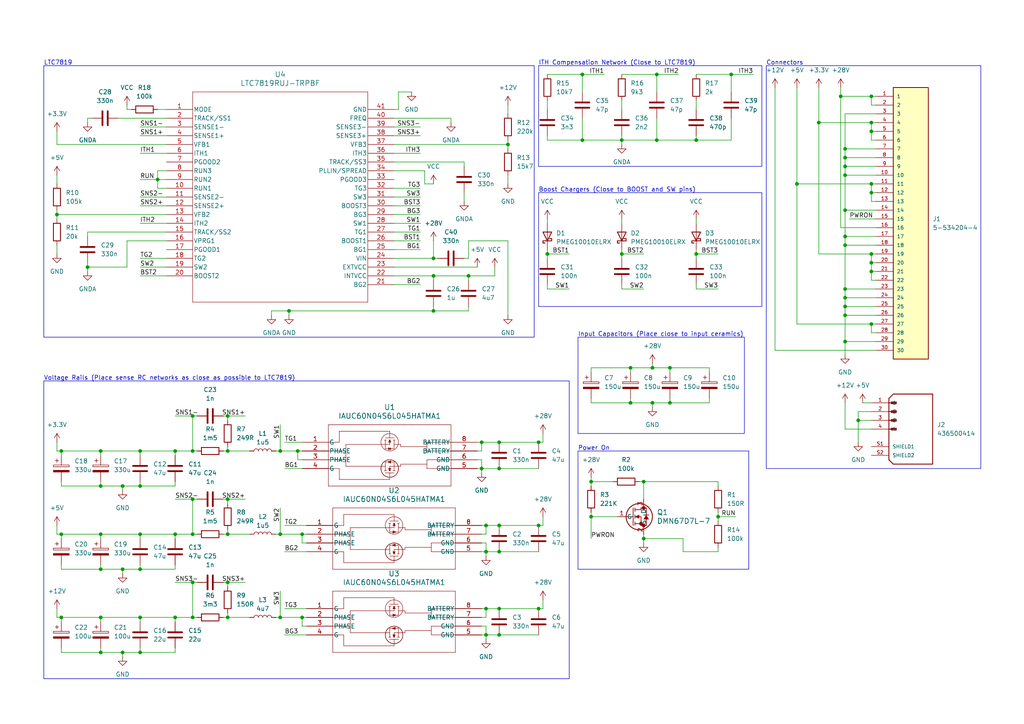
<source format=kicad_sch>
(kicad_sch (version 20230121) (generator eeschema)
  (paper "A4")
  (title_block (title "High Power G4 Cube VRM") (date "2023-10-02") (rev "1") (comment 1 "Place all components on the opposite side of the board as the 30 pin connector.") (comment 2 "All vias should be 0.3mm if possible."))
  (junction (at 66.04 154.94))
  (junction (at 171.45 149.86))
  (junction (at 40.64 189.23))
  (junction (at 194.31 116.84))
  (junction (at 243.84 27.94))
  (junction (at 40.64 140.97))
  (junction (at 237.49 35.56))
  (junction (at 144.78 160.02))
  (junction (at 245.11 50.8))
  (junction (at 29.21 130.81))
  (junction (at 245.11 88.9))
  (junction (at 140.97 184.15))
  (junction (at 17.78 179.07))
  (junction (at 25.4 77.47))
  (junction (at 140.97 160.02))
  (junction (at 66.04 168.91))
  (junction (at 140.97 152.4))
  (junction (at 168.91 21.59))
  (junction (at 248.92 121.92))
  (junction (at 40.64 154.94))
  (junction (at 182.88 106.68))
  (junction (at 29.21 189.23))
  (junction (at 252.73 78.74))
  (junction (at 55.88 179.07))
  (junction (at 208.28 149.86))
  (junction (at 55.88 144.78))
  (junction (at 81.28 179.07))
  (junction (at 168.91 40.64))
  (junction (at 35.56 140.97))
  (junction (at 252.73 35.56))
  (junction (at 29.21 154.94))
  (junction (at 55.88 130.81))
  (junction (at 55.88 120.65))
  (junction (at 50.8 154.94))
  (junction (at 212.09 21.59))
  (junction (at 144.78 128.27))
  (junction (at 156.21 152.4))
  (junction (at 156.21 176.53))
  (junction (at 189.23 106.68))
  (junction (at 245.11 43.18))
  (junction (at 245.11 99.06))
  (junction (at 125.73 90.17))
  (junction (at 252.73 53.34))
  (junction (at 140.97 176.53))
  (junction (at 252.73 38.1))
  (junction (at 252.73 93.98))
  (junction (at 245.11 68.58))
  (junction (at 125.73 74.93))
  (junction (at 182.88 116.84))
  (junction (at 66.04 144.78))
  (junction (at 135.89 80.01))
  (junction (at 201.93 73.66))
  (junction (at 245.11 60.96))
  (junction (at 66.04 130.81))
  (junction (at 66.04 120.65))
  (junction (at 186.69 156.21))
  (junction (at 252.73 73.66))
  (junction (at 17.78 154.94))
  (junction (at 144.78 135.89))
  (junction (at 139.7 135.89))
  (junction (at 40.64 179.07))
  (junction (at 144.78 184.15))
  (junction (at 144.78 176.53))
  (junction (at 245.11 48.26))
  (junction (at 50.8 179.07))
  (junction (at 252.73 27.94))
  (junction (at 125.73 80.01))
  (junction (at 190.5 40.64))
  (junction (at 144.78 152.4))
  (junction (at 35.56 189.23))
  (junction (at 171.45 139.7))
  (junction (at 194.31 106.68))
  (junction (at 190.5 21.59))
  (junction (at 252.73 55.88))
  (junction (at 40.64 130.81))
  (junction (at 87.63 179.07))
  (junction (at 29.21 165.1))
  (junction (at 245.11 91.44))
  (junction (at 180.34 40.64))
  (junction (at 189.23 116.84))
  (junction (at 186.69 139.7))
  (junction (at 201.93 40.64))
  (junction (at 66.04 179.07))
  (junction (at 17.78 130.81))
  (junction (at 45.72 52.07))
  (junction (at 245.11 83.82))
  (junction (at 83.82 90.17))
  (junction (at 147.32 41.91))
  (junction (at 180.34 73.66))
  (junction (at 245.11 86.36))
  (junction (at 81.28 130.81))
  (junction (at 252.73 76.2))
  (junction (at 139.7 128.27))
  (junction (at 29.21 179.07))
  (junction (at 16.51 62.23))
  (junction (at 86.36 130.81))
  (junction (at 87.63 154.94))
  (junction (at 245.11 71.12))
  (junction (at 50.8 130.81))
  (junction (at 158.75 73.66))
  (junction (at 156.21 128.27))
  (junction (at 29.21 140.97))
  (junction (at 55.88 154.94))
  (junction (at 35.56 165.1))
  (junction (at 81.28 154.94))
  (junction (at 245.11 45.72))
  (junction (at 231.14 53.34))
  (junction (at 55.88 168.91))
  (junction (at 40.64 165.1))
  (wire (pts (xy 17.78 154.94) (xy 29.21 154.94)))
  (wire (pts (xy 243.84 27.94) (xy 252.73 27.94)))
  (wire (pts (xy 140.97 160.02) (xy 144.78 160.02)))
  (wire (pts (xy 40.64 44.45) (xy 48.26 44.45)))
  (wire (pts (xy 171.45 106.68) (xy 182.88 106.68)))
  (wire (pts (xy 190.5 40.64) (xy 180.34 40.64)))
  (wire (pts (xy 50.8 154.94) (xy 50.8 156.21)))
  (wire (pts (xy 158.75 40.64) (xy 168.91 40.64)))
  (wire (pts (xy 64.77 144.78) (xy 66.04 144.78)))
  (wire (pts (xy 158.75 21.59) (xy 168.91 21.59)))
  (wire (pts (xy 66.04 121.92) (xy 66.04 120.65)))
  (wire (pts (xy 55.88 168.91) (xy 55.88 179.07)))
  (wire (pts (xy 208.28 139.7) (xy 186.69 139.7)))
  (wire (pts (xy 139.7 184.15) (xy 140.97 184.15)))
  (wire (pts (xy 252.73 38.1) (xy 252.73 35.56)))
  (wire (pts (xy 139.7 135.89) (xy 144.78 135.89)))
  (wire (pts (xy 212.09 40.64) (xy 201.93 40.64)))
  (wire (pts (xy 245.11 43.18) (xy 245.11 45.72)))
  (wire (pts (xy 157.48 173.99) (xy 157.48 176.53)))
  (wire (pts (xy 35.56 140.97) (xy 35.56 142.24)))
  (wire (pts (xy 208.28 149.86) (xy 208.28 151.13)))
  (wire (pts (xy 114.3 44.45) (xy 121.92 44.45)))
  (wire (pts (xy 29.21 165.1) (xy 35.56 165.1)))
  (wire (pts (xy 171.45 148.59) (xy 171.45 149.86)))
  (wire (pts (xy 186.69 156.21) (xy 186.69 157.48)))
  (wire (pts (xy 66.04 130.81) (xy 72.39 130.81)))
  (wire (pts (xy 180.34 29.21) (xy 180.34 31.75)))
  (wire (pts (xy 50.8 130.81) (xy 55.88 130.81)))
  (wire (pts (xy 189.23 105.41) (xy 189.23 106.68)))
  (wire (pts (xy 81.28 154.94) (xy 87.63 154.94)))
  (wire (pts (xy 82.55 176.53) (xy 88.9 176.53)))
  (wire (pts (xy 80.01 154.94) (xy 81.28 154.94)))
  (wire (pts (xy 82.55 160.02) (xy 88.9 160.02)))
  (wire (pts (xy 40.64 130.81) (xy 40.64 132.08)))
  (wire (pts (xy 182.88 115.57) (xy 182.88 116.84)))
  (wire (pts (xy 114.3 54.61) (xy 121.92 54.61)))
  (wire (pts (xy 168.91 21.59) (xy 168.91 26.67)))
  (wire (pts (xy 180.34 72.39) (xy 180.34 73.66)))
  (wire (pts (xy 135.89 81.28) (xy 135.89 80.01)))
  (wire (pts (xy 81.28 147.32) (xy 81.28 154.94)))
  (wire (pts (xy 248.92 121.92) (xy 248.92 128.27)))
  (wire (pts (xy 157.48 149.86) (xy 157.48 152.4)))
  (wire (pts (xy 171.45 107.95) (xy 171.45 106.68)))
  (wire (pts (xy 83.82 91.44) (xy 83.82 90.17)))
  (wire (pts (xy 114.3 80.01) (xy 125.73 80.01)))
  (wire (pts (xy 243.84 27.94) (xy 243.84 66.04)))
  (wire (pts (xy 254 93.98) (xy 252.73 93.98)))
  (wire (pts (xy 180.34 73.66) (xy 180.34 74.93)))
  (wire (pts (xy 201.93 63.5) (xy 201.93 64.77)))
  (wire (pts (xy 125.73 90.17) (xy 125.73 88.9)))
  (wire (pts (xy 194.31 106.68) (xy 194.31 107.95)))
  (wire (pts (xy 237.49 73.66) (xy 237.49 35.56)))
  (wire (pts (xy 224.79 101.6) (xy 224.79 25.4)))
  (wire (pts (xy 29.21 130.81) (xy 29.21 132.08)))
  (wire (pts (xy 139.7 152.4) (xy 140.97 152.4)))
  (wire (pts (xy 17.78 130.81) (xy 17.78 132.08)))
  (wire (pts (xy 114.3 39.37) (xy 121.92 39.37)))
  (wire (pts (xy 40.64 59.69) (xy 48.26 59.69)))
  (wire (pts (xy 254 33.02) (xy 245.11 33.02)))
  (wire (pts (xy 254 66.04) (xy 243.84 66.04)))
  (wire (pts (xy 114.3 31.75) (xy 115.57 31.75)))
  (wire (pts (xy 171.45 149.86) (xy 171.45 156.21)))
  (wire (pts (xy 171.45 115.57) (xy 171.45 116.84)))
  (wire (pts (xy 114.3 34.29) (xy 130.81 34.29)))
  (wire (pts (xy 123.19 53.34) (xy 125.73 53.34)))
  (wire (pts (xy 45.72 31.75) (xy 48.26 31.75)))
  (wire (pts (xy 82.55 152.4) (xy 88.9 152.4)))
  (wire (pts (xy 254 73.66) (xy 252.73 73.66)))
  (wire (pts (xy 168.91 34.29) (xy 168.91 40.64)))
  (wire (pts (xy 57.15 144.78) (xy 55.88 144.78)))
  (wire (pts (xy 254 53.34) (xy 252.73 53.34)))
  (wire (pts (xy 254 71.12) (xy 245.11 71.12)))
  (wire (pts (xy 125.73 80.01) (xy 125.73 81.28)))
  (wire (pts (xy 180.34 63.5) (xy 180.34 64.77)))
  (wire (pts (xy 144.78 152.4) (xy 156.21 152.4)))
  (wire (pts (xy 64.77 154.94) (xy 66.04 154.94)))
  (wire (pts (xy 201.93 72.39) (xy 201.93 73.66)))
  (wire (pts (xy 140.97 152.4) (xy 144.78 152.4)))
  (wire (pts (xy 140.97 176.53) (xy 144.78 176.53)))
  (wire (pts (xy 114.3 59.69) (xy 121.92 59.69)))
  (wire (pts (xy 50.8 154.94) (xy 55.88 154.94)))
  (wire (pts (xy 171.45 139.7) (xy 171.45 140.97)))
  (wire (pts (xy 64.77 179.07) (xy 66.04 179.07)))
  (wire (pts (xy 147.32 30.48) (xy 147.32 33.02)))
  (wire (pts (xy 144.78 176.53) (xy 156.21 176.53)))
  (wire (pts (xy 66.04 120.65) (xy 71.12 120.65)))
  (wire (pts (xy 64.77 168.91) (xy 66.04 168.91)))
  (wire (pts (xy 208.28 140.97) (xy 208.28 139.7)))
  (wire (pts (xy 201.93 73.66) (xy 208.28 73.66)))
  (wire (pts (xy 158.75 39.37) (xy 158.75 40.64)))
  (wire (pts (xy 66.04 179.07) (xy 72.39 179.07)))
  (wire (pts (xy 201.93 40.64) (xy 190.5 40.64)))
  (wire (pts (xy 245.11 60.96) (xy 254 60.96)))
  (wire (pts (xy 157.48 176.53) (xy 156.21 176.53)))
  (wire (pts (xy 158.75 73.66) (xy 165.1 73.66)))
  (wire (pts (xy 252.73 124.46) (xy 245.11 124.46)))
  (wire (pts (xy 40.64 130.81) (xy 50.8 130.81)))
  (wire (pts (xy 115.57 26.67) (xy 119.38 26.67)))
  (wire (pts (xy 29.21 163.83) (xy 29.21 165.1)))
  (wire (pts (xy 252.73 78.74) (xy 252.73 76.2)))
  (wire (pts (xy 245.11 99.06) (xy 254 99.06)))
  (wire (pts (xy 40.64 179.07) (xy 40.64 180.34)))
  (wire (pts (xy 55.88 144.78) (xy 55.88 154.94)))
  (wire (pts (xy 144.78 128.27) (xy 156.21 128.27)))
  (wire (pts (xy 78.74 90.17) (xy 83.82 90.17)))
  (wire (pts (xy 25.4 77.47) (xy 25.4 78.74)))
  (wire (pts (xy 17.78 163.83) (xy 17.78 165.1)))
  (wire (pts (xy 245.11 88.9) (xy 254 88.9)))
  (wire (pts (xy 140.97 154.94) (xy 140.97 152.4)))
  (wire (pts (xy 198.12 156.21) (xy 186.69 156.21)))
  (wire (pts (xy 82.55 135.89) (xy 87.63 135.89)))
  (wire (pts (xy 139.7 181.61) (xy 140.97 181.61)))
  (wire (pts (xy 252.73 53.34) (xy 231.14 53.34)))
  (wire (pts (xy 40.64 57.15) (xy 48.26 57.15)))
  (wire (pts (xy 34.29 34.29) (xy 48.26 34.29)))
  (wire (pts (xy 248.92 119.38) (xy 248.92 121.92)))
  (wire (pts (xy 50.8 189.23) (xy 40.64 189.23)))
  (wire (pts (xy 17.78 187.96) (xy 17.78 189.23)))
  (wire (pts (xy 245.11 45.72) (xy 254 45.72)))
  (wire (pts (xy 55.88 179.07) (xy 57.15 179.07)))
  (wire (pts (xy 55.88 130.81) (xy 57.15 130.81)))
  (wire (pts (xy 80.01 130.81) (xy 81.28 130.81)))
  (wire (pts (xy 66.04 177.8) (xy 66.04 179.07)))
  (wire (pts (xy 114.3 67.31) (xy 121.92 67.31)))
  (wire (pts (xy 50.8 144.78) (xy 55.88 144.78)))
  (wire (pts (xy 16.51 62.23) (xy 16.51 63.5)))
  (wire (pts (xy 139.7 135.89) (xy 139.7 137.16)))
  (wire (pts (xy 252.73 96.52) (xy 252.73 93.98)))
  (wire (pts (xy 45.72 54.61) (xy 45.72 52.07)))
  (wire (pts (xy 45.72 49.53) (xy 45.72 52.07)))
  (wire (pts (xy 16.51 128.27) (xy 16.51 130.81)))
  (wire (pts (xy 254 38.1) (xy 252.73 38.1)))
  (wire (pts (xy 114.3 46.99) (xy 134.62 46.99)))
  (wire (pts (xy 139.7 133.35) (xy 139.7 135.89)))
  (wire (pts (xy 144.78 135.89) (xy 156.21 135.89)))
  (wire (pts (xy 16.51 152.4) (xy 16.51 154.94)))
  (wire (pts (xy 125.73 69.85) (xy 125.73 74.93)))
  (wire (pts (xy 17.78 165.1) (xy 29.21 165.1)))
  (wire (pts (xy 40.64 77.47) (xy 48.26 77.47)))
  (wire (pts (xy 135.89 80.01) (xy 125.73 80.01)))
  (wire (pts (xy 143.51 80.01) (xy 135.89 80.01)))
  (wire (pts (xy 114.3 57.15) (xy 121.92 57.15)))
  (wire (pts (xy 40.64 140.97) (xy 35.56 140.97)))
  (wire (pts (xy 40.64 189.23) (xy 35.56 189.23)))
  (wire (pts (xy 114.3 49.53) (xy 123.19 49.53)))
  (wire (pts (xy 87.63 179.07) (xy 88.9 179.07)))
  (wire (pts (xy 50.8 163.83) (xy 50.8 165.1)))
  (wire (pts (xy 50.8 179.07) (xy 50.8 180.34)))
  (wire (pts (xy 29.21 140.97) (xy 35.56 140.97)))
  (wire (pts (xy 208.28 160.02) (xy 208.28 158.75)))
  (wire (pts (xy 171.45 116.84) (xy 182.88 116.84)))
  (wire (pts (xy 25.4 76.2) (xy 25.4 77.47)))
  (wire (pts (xy 50.8 165.1) (xy 40.64 165.1)))
  (wire (pts (xy 201.93 73.66) (xy 201.93 74.93)))
  (wire (pts (xy 135.89 69.85) (xy 147.32 69.85)))
  (wire (pts (xy 29.21 187.96) (xy 29.21 189.23)))
  (wire (pts (xy 194.31 115.57) (xy 194.31 116.84)))
  (wire (pts (xy 254 101.6) (xy 224.79 101.6)))
  (wire (pts (xy 40.64 36.83) (xy 48.26 36.83)))
  (wire (pts (xy 245.11 60.96) (xy 245.11 68.58)))
  (wire (pts (xy 194.31 116.84) (xy 205.74 116.84)))
  (wire (pts (xy 29.21 154.94) (xy 29.21 156.21)))
  (wire (pts (xy 201.93 21.59) (xy 212.09 21.59)))
  (wire (pts (xy 16.51 176.53) (xy 16.51 179.07)))
  (wire (pts (xy 180.34 39.37) (xy 180.34 40.64)))
  (wire (pts (xy 81.28 179.07) (xy 87.63 179.07)))
  (wire (pts (xy 245.11 99.06) (xy 245.11 102.87)))
  (wire (pts (xy 114.3 64.77) (xy 121.92 64.77)))
  (wire (pts (xy 245.11 48.26) (xy 254 48.26)))
  (wire (pts (xy 138.43 128.27) (xy 139.7 128.27)))
  (wire (pts (xy 40.64 165.1) (xy 35.56 165.1)))
  (wire (pts (xy 64.77 130.81) (xy 66.04 130.81)))
  (wire (pts (xy 245.11 86.36) (xy 254 86.36)))
  (wire (pts (xy 40.64 39.37) (xy 48.26 39.37)))
  (wire (pts (xy 139.7 130.81) (xy 139.7 128.27)))
  (wire (pts (xy 212.09 21.59) (xy 212.09 26.67)))
  (wire (pts (xy 36.83 77.47) (xy 25.4 77.47)))
  (wire (pts (xy 140.97 179.07) (xy 140.97 176.53)))
  (wire (pts (xy 158.75 29.21) (xy 158.75 31.75)))
  (wire (pts (xy 50.8 120.65) (xy 55.88 120.65)))
  (wire (pts (xy 114.3 74.93) (xy 125.73 74.93)))
  (wire (pts (xy 83.82 90.17) (xy 125.73 90.17)))
  (wire (pts (xy 252.73 119.38) (xy 248.92 119.38)))
  (wire (pts (xy 135.89 69.85) (xy 135.89 74.93)))
  (wire (pts (xy 114.3 36.83) (xy 121.92 36.83)))
  (wire (pts (xy 135.89 90.17) (xy 125.73 90.17)))
  (wire (pts (xy 201.93 82.55) (xy 201.93 83.82)))
  (wire (pts (xy 16.51 179.07) (xy 17.78 179.07)))
  (wire (pts (xy 182.88 106.68) (xy 189.23 106.68)))
  (wire (pts (xy 254 35.56) (xy 252.73 35.56)))
  (wire (pts (xy 66.04 120.65) (xy 64.77 120.65)))
  (wire (pts (xy 168.91 21.59) (xy 175.26 21.59)))
  (wire (pts (xy 139.7 157.48) (xy 140.97 157.48)))
  (wire (pts (xy 185.42 139.7) (xy 186.69 139.7)))
  (wire (pts (xy 17.78 140.97) (xy 29.21 140.97)))
  (wire (pts (xy 66.04 153.67) (xy 66.04 154.94)))
  (wire (pts (xy 16.51 154.94) (xy 17.78 154.94)))
  (wire (pts (xy 139.7 176.53) (xy 140.97 176.53)))
  (wire (pts (xy 86.36 133.35) (xy 86.36 130.81)))
  (wire (pts (xy 82.55 128.27) (xy 87.63 128.27)))
  (wire (pts (xy 138.43 133.35) (xy 139.7 133.35)))
  (wire (pts (xy 171.45 139.7) (xy 177.8 139.7)))
  (wire (pts (xy 205.74 116.84) (xy 205.74 115.57)))
  (wire (pts (xy 139.7 179.07) (xy 140.97 179.07)))
  (wire (pts (xy 231.14 53.34) (xy 231.14 25.4)))
  (wire (pts (xy 180.34 83.82) (xy 186.69 83.82)))
  (wire (pts (xy 16.51 41.91) (xy 16.51 38.1)))
  (wire (pts (xy 254 96.52) (xy 252.73 96.52)))
  (wire (pts (xy 29.21 179.07) (xy 40.64 179.07)))
  (wire (pts (xy 254 81.28) (xy 252.73 81.28)))
  (wire (pts (xy 158.75 73.66) (xy 158.75 74.93)))
  (wire (pts (xy 252.73 35.56) (xy 237.49 35.56)))
  (wire (pts (xy 66.04 129.54) (xy 66.04 130.81)))
  (wire (pts (xy 66.04 168.91) (xy 66.04 170.18)))
  (wire (pts (xy 29.21 154.94) (xy 40.64 154.94)))
  (wire (pts (xy 17.78 179.07) (xy 29.21 179.07)))
  (wire (pts (xy 245.11 83.82) (xy 254 83.82)))
  (wire (pts (xy 139.7 154.94) (xy 140.97 154.94)))
  (wire (pts (xy 50.8 168.91) (xy 55.88 168.91)))
  (wire (pts (xy 254 78.74) (xy 252.73 78.74)))
  (wire (pts (xy 254 30.48) (xy 252.73 30.48)))
  (wire (pts (xy 158.75 82.55) (xy 158.75 83.82)))
  (wire (pts (xy 29.21 189.23) (xy 35.56 189.23)))
  (wire (pts (xy 139.7 160.02) (xy 140.97 160.02)))
  (wire (pts (xy 26.67 34.29) (xy 25.4 34.29)))
  (wire (pts (xy 138.43 135.89) (xy 139.7 135.89)))
  (wire (pts (xy 81.28 123.19) (xy 81.28 130.81)))
  (wire (pts (xy 135.89 74.93) (xy 134.62 74.93)))
  (wire (pts (xy 25.4 67.31) (xy 48.26 67.31)))
  (wire (pts (xy 157.48 152.4) (xy 156.21 152.4)))
  (wire (pts (xy 29.21 139.7) (xy 29.21 140.97)))
  (wire (pts (xy 252.73 121.92) (xy 248.92 121.92)))
  (wire (pts (xy 157.48 125.73) (xy 157.48 128.27)))
  (wire (pts (xy 171.45 149.86) (xy 179.07 149.86)))
  (wire (pts (xy 252.73 30.48) (xy 252.73 27.94)))
  (wire (pts (xy 16.51 71.12) (xy 16.51 73.66)))
  (wire (pts (xy 186.69 154.94) (xy 186.69 156.21)))
  (wire (pts (xy 252.73 58.42) (xy 252.73 55.88)))
  (wire (pts (xy 140.97 160.02) (xy 140.97 161.29)))
  (wire (pts (xy 36.83 31.75) (xy 36.83 30.48)))
  (wire (pts (xy 17.78 139.7) (xy 17.78 140.97)))
  (wire (pts (xy 180.34 73.66) (xy 186.69 73.66)))
  (wire (pts (xy 25.4 67.31) (xy 25.4 68.58)))
  (wire (pts (xy 158.75 63.5) (xy 158.75 64.77)))
  (wire (pts (xy 40.64 80.01) (xy 48.26 80.01)))
  (wire (pts (xy 143.51 77.47) (xy 143.51 80.01)))
  (wire (pts (xy 189.23 116.84) (xy 189.23 118.11)))
  (wire (pts (xy 38.1 31.75) (xy 36.83 31.75)))
  (wire (pts (xy 40.64 74.93) (xy 48.26 74.93)))
  (wire (pts (xy 16.51 62.23) (xy 48.26 62.23)))
  (wire (pts (xy 78.74 91.44) (xy 78.74 90.17)))
  (wire (pts (xy 190.5 34.29) (xy 190.5 40.64)))
  (wire (pts (xy 35.56 189.23) (xy 35.56 190.5)))
  (wire (pts (xy 48.26 49.53) (xy 45.72 49.53)))
  (wire (pts (xy 147.32 69.85) (xy 147.32 91.44)))
  (wire (pts (xy 189.23 106.68) (xy 194.31 106.68)))
  (wire (pts (xy 180.34 40.64) (xy 180.34 41.91)))
  (wire (pts (xy 254 40.64) (xy 252.73 40.64)))
  (wire (pts (xy 157.48 128.27) (xy 156.21 128.27)))
  (wire (pts (xy 237.49 35.56) (xy 237.49 25.4)))
  (wire (pts (xy 48.26 69.85) (xy 36.83 69.85)))
  (wire (pts (xy 40.64 187.96) (xy 40.64 189.23)))
  (wire (pts (xy 254 58.42) (xy 252.73 58.42)))
  (wire (pts (xy 245.11 50.8) (xy 245.11 60.96)))
  (wire (pts (xy 144.78 160.02) (xy 156.21 160.02)))
  (wire (pts (xy 158.75 72.39) (xy 158.75 73.66)))
  (wire (pts (xy 252.73 81.28) (xy 252.73 78.74)))
  (wire (pts (xy 180.34 82.55) (xy 180.34 83.82)))
  (wire (pts (xy 186.69 139.7) (xy 186.69 144.78)))
  (wire (pts (xy 138.43 77.47) (xy 114.3 77.47)))
  (wire (pts (xy 138.43 130.81) (xy 139.7 130.81)))
  (wire (pts (xy 245.11 33.02) (xy 245.11 43.18)))
  (wire (pts (xy 252.73 40.64) (xy 252.73 38.1)))
  (wire (pts (xy 40.64 64.77) (xy 48.26 64.77)))
  (wire (pts (xy 252.73 116.84) (xy 250.19 116.84)))
  (wire (pts (xy 40.64 163.83) (xy 40.64 165.1)))
  (wire (pts (xy 81.28 171.45) (xy 81.28 179.07)))
  (wire (pts (xy 198.12 160.02) (xy 198.12 156.21)))
  (wire (pts (xy 86.36 130.81) (xy 87.63 130.81)))
  (wire (pts (xy 50.8 139.7) (xy 50.8 140.97)))
  (wire (pts (xy 87.63 181.61) (xy 87.63 179.07)))
  (wire (pts (xy 87.63 157.48) (xy 87.63 154.94)))
  (wire (pts (xy 135.89 88.9) (xy 135.89 90.17)))
  (wire (pts (xy 245.11 124.46) (xy 245.11 116.84)))
  (wire (pts (xy 158.75 83.82) (xy 165.1 83.82)))
  (wire (pts (xy 212.09 34.29) (xy 212.09 40.64)))
  (wire (pts (xy 201.93 29.21) (xy 201.93 31.75)))
  (wire (pts (xy 35.56 165.1) (xy 35.56 166.37)))
  (wire (pts (xy 40.64 154.94) (xy 50.8 154.94)))
  (wire (pts (xy 17.78 179.07) (xy 17.78 180.34)))
  (wire (pts (xy 45.72 52.07) (xy 48.26 52.07)))
  (wire (pts (xy 114.3 82.55) (xy 121.92 82.55)))
  (wire (pts (xy 57.15 120.65) (xy 55.88 120.65)))
  (wire (pts (xy 212.09 21.59) (xy 218.44 21.59)))
  (wire (pts (xy 205.74 106.68) (xy 205.74 107.95)))
  (wire (pts (xy 123.19 49.53) (xy 123.19 53.34)))
  (wire (pts (xy 80.01 179.07) (xy 81.28 179.07)))
  (wire (pts (xy 50.8 179.07) (xy 55.88 179.07)))
  (wire (pts (xy 245.11 71.12) (xy 245.11 83.82)))
  (wire (pts (xy 201.93 39.37) (xy 201.93 40.64)))
  (wire (pts (xy 245.11 50.8) (xy 254 50.8)))
  (wire (pts (xy 114.3 41.91) (xy 147.32 41.91)))
  (wire (pts (xy 201.93 83.82) (xy 208.28 83.82)))
  (wire (pts (xy 182.88 116.84) (xy 189.23 116.84)))
  (wire (pts (xy 125.73 74.93) (xy 127 74.93)))
  (wire (pts (xy 55.88 154.94) (xy 57.15 154.94)))
  (wire (pts (xy 252.73 27.94) (xy 254 27.94)))
  (wire (pts (xy 254 55.88) (xy 252.73 55.88)))
  (wire (pts (xy 88.9 181.61) (xy 87.63 181.61)))
  (wire (pts (xy 17.78 130.81) (xy 29.21 130.81)))
  (wire (pts (xy 139.7 128.27) (xy 144.78 128.27)))
  (wire (pts (xy 66.04 168.91) (xy 71.12 168.91)))
  (wire (pts (xy 82.55 184.15) (xy 88.9 184.15)))
  (wire (pts (xy 213.36 149.86) (xy 208.28 149.86)))
  (wire (pts (xy 208.28 160.02) (xy 198.12 160.02)))
  (wire (pts (xy 208.28 149.86) (xy 208.28 148.59)))
  (wire (pts (xy 140.97 184.15) (xy 144.78 184.15)))
  (wire (pts (xy 55.88 120.65) (xy 55.88 130.81)))
  (wire (pts (xy 144.78 184.15) (xy 156.21 184.15)))
  (wire (pts (xy 87.63 133.35) (xy 86.36 133.35)))
  (wire (pts (xy 254 76.2) (xy 252.73 76.2)))
  (wire (pts (xy 50.8 140.97) (xy 40.64 140.97)))
  (wire (pts (xy 114.3 69.85) (xy 121.92 69.85)))
  (wire (pts (xy 114.3 72.39) (xy 121.92 72.39)))
  (wire (pts (xy 48.26 54.61) (xy 45.72 54.61)))
  (wire (pts (xy 245.11 86.36) (xy 245.11 88.9)))
  (wire (pts (xy 147.32 50.8) (xy 147.32 53.34)))
  (wire (pts (xy 252.73 93.98) (xy 231.14 93.98)))
  (wire (pts (xy 40.64 179.07) (xy 50.8 179.07)))
  (wire (pts (xy 245.11 91.44) (xy 254 91.44)))
  (wire (pts (xy 147.32 40.64) (xy 147.32 41.91)))
  (wire (pts (xy 245.11 48.26) (xy 245.11 50.8)))
  (wire (pts (xy 140.97 157.48) (xy 140.97 160.02)))
  (wire (pts (xy 194.31 106.68) (xy 205.74 106.68)))
  (wire (pts (xy 36.83 69.85) (xy 36.83 77.47)))
  (wire (pts (xy 115.57 26.67) (xy 115.57 31.75)))
  (wire (pts (xy 50.8 130.81) (xy 50.8 132.08)))
  (wire (pts (xy 182.88 106.68) (xy 182.88 107.95)))
  (wire (pts (xy 180.34 21.59) (xy 190.5 21.59)))
  (wire (pts (xy 254 68.58) (xy 245.11 68.58)))
  (wire (pts (xy 246.38 63.5) (xy 254 63.5)))
  (wire (pts (xy 16.51 60.96) (xy 16.51 62.23)))
  (wire (pts (xy 245.11 45.72) (xy 245.11 48.26)))
  (wire (pts (xy 134.62 55.88) (xy 134.62 58.42)))
  (wire (pts (xy 168.91 40.64) (xy 180.34 40.64)))
  (wire (pts (xy 114.3 62.23) (xy 121.92 62.23)))
  (wire (pts (xy 190.5 21.59) (xy 190.5 26.67)))
  (wire (pts (xy 29.21 130.81) (xy 40.64 130.81)))
  (wire (pts (xy 171.45 138.43) (xy 171.45 139.7)))
  (wire (pts (xy 40.64 52.07) (xy 45.72 52.07)))
  (wire (pts (xy 66.04 144.78) (xy 71.12 144.78)))
  (wire (pts (xy 17.78 154.94) (xy 17.78 156.21)))
  (wire (pts (xy 140.97 184.15) (xy 140.97 185.42)))
  (wire (pts (xy 245.11 88.9) (xy 245.11 91.44)))
  (wire (pts (xy 252.73 55.88) (xy 252.73 53.34)))
  (wire (pts (xy 245.11 83.82) (xy 245.11 86.36)))
  (wire (pts (xy 130.81 34.29) (xy 130.81 35.56)))
  (wire (pts (xy 231.14 93.98) (xy 231.14 53.34)))
  (wire (pts (xy 252.73 73.66) (xy 237.49 73.66)))
  (wire (pts (xy 140.97 181.61) (xy 140.97 184.15)))
  (wire (pts (xy 66.04 154.94) (xy 72.39 154.94)))
  (wire (pts (xy 243.84 25.4) (xy 243.84 27.94)))
  (wire (pts (xy 88.9 157.48) (xy 87.63 157.48)))
  (wire (pts (xy 81.28 130.81) (xy 86.36 130.81)))
  (wire (pts (xy 245.11 68.58) (xy 245.11 71.12)))
  (wire (pts (xy 48.26 41.91) (xy 16.51 41.91)))
  (wire (pts (xy 57.15 168.91) (xy 55.88 168.91)))
  (wire (pts (xy 40.64 139.7) (xy 40.64 140.97)))
  (wire (pts (xy 252.73 76.2) (xy 252.73 73.66)))
  (wire (pts (xy 29.21 179.07) (xy 29.21 180.34)))
  (wire (pts (xy 16.51 50.8) (xy 16.51 53.34)))
  (wire (pts (xy 190.5 21.59) (xy 196.85 21.59)))
  (wire (pts (xy 50.8 187.96) (xy 50.8 189.23)))
  (wire (pts (xy 40.64 154.94) (xy 40.64 156.21)))
  (wire (pts (xy 189.23 116.84) (xy 194.31 116.84)))
  (wire (pts (xy 16.51 130.81) (xy 17.78 130.81)))
  (wire (pts (xy 245.11 43.18) (xy 254 43.18)))
  (wire (pts (xy 25.4 34.29) (xy 25.4 35.56)))
  (wire (pts (xy 147.32 41.91) (xy 147.32 43.18)))
  (wire (pts (xy 245.11 91.44) (xy 245.11 99.06)))
  (wire (pts (xy 17.78 189.23) (xy 29.21 189.23)))
  (wire (pts (xy 87.63 154.94) (xy 88.9 154.94)))
  (wire (pts (xy 134.62 46.99) (xy 134.62 48.26)))
  (wire (pts (xy 66.04 144.78) (xy 66.04 146.05)))
  (rectangle (start 167.64 130.81) (end 217.17 165.1))
  (rectangle (start 167.64 97.79) (end 215.9 125.73))
  (rectangle (start 156.21 19.05) (end 220.98 48.26))
  (rectangle (start 222.25 19.05) (end 284.48 135.89))
  (rectangle (start 12.7 19.05) (end 154.94 97.79))
  (rectangle (start 12.7 110.49) (end 165.1 196.85))
  (rectangle (start 156.21 55.88) (end 220.98 88.9))
  (text "ITH Compensation Network (Close to LTC7819)" (at 156.21 19.05 0) (effects (font (size 1.27 1.27)) (justify left bottom)))
  (text "Input Capacitors (Place close to input ceramics)" (at 167.64 97.79 0) (effects (font (size 1.27 1.27)) (justify left bottom)))
  (text "LTC7819" (at 12.7 19.05 0) (effects (font (size 1.27 1.27)) (justify left bottom)))
  (text "Voltage Rails (Place sense RC networks as close as possible to LTC7819)" (at 12.7 110.49 0) (effects (font (size 1.27 1.27)) (justify left bottom)))
  (text "Boost Chargers (Close to BOOST and SW pins)" (at 156.21 55.88 0) (effects (font (size 1.27 1.27)) (justify left bottom)))
  (text "Connectors" (at 222.25 19.05 0) (effects (font (size 1.27 1.27)) (justify left bottom)))
  (text "Power On" (at 167.64 130.81 0) (effects (font (size 1.27 1.27)) (justify left bottom)))
  (label "BST1" (at 121.92 69.85 180))
  (label "SNS1+" (at 71.12 120.65 180))
  (label "BG2" (at 82.55 160.02 0))
  (label "SNS3+" (at 71.12 168.91 180))
  (label "SNS3-" (at 50.8 168.91 0))
  (label "SNS2+" (at 40.64 59.69 0))
  (label "SW3" (at 81.28 171.45 270))
  (label "BST3" (at 121.92 59.69 180))
  (label "ITH2" (at 196.85 21.59 180))
  (label "BG1" (at 121.92 72.39 180))
  (label "SNS1-" (at 40.64 36.83 0))
  (label "BG3" (at 82.55 184.15 0))
  (label "SNS2+" (at 71.12 144.78 180))
  (label "SNS2-" (at 50.8 144.78 0))
  (label "ITH3" (at 218.44 21.59 180))
  (label "RUN" (at 213.36 149.86 180))
  (label "BG1" (at 82.55 135.89 0))
  (label "BST3" (at 208.28 73.66 180))
  (label "SNS1-" (at 50.8 120.65 0))
  (label "SW3" (at 208.28 83.82 180))
  (label "TG1" (at 82.55 128.27 0))
  (label "TG2" (at 40.64 74.93 0))
  (label "BST2" (at 40.64 80.01 0))
  (label "SW2" (at 40.64 77.47 0))
  (label "SNS2-" (at 40.64 57.15 0))
  (label "ITH3" (at 121.92 44.45 180))
  (label "TG1" (at 121.92 67.31 180))
  (label "SW2" (at 81.28 147.32 270))
  (label "SW1" (at 165.1 83.82 180))
  (label "PWRON" (at 246.38 63.5 0))
  (label "SNS1+" (at 40.64 39.37 0))
  (label "BG2" (at 121.92 82.55 180))
  (label "BST1" (at 165.1 73.66 180))
  (label "BST2" (at 186.69 73.66 180))
  (label "SW2" (at 186.69 83.82 180))
  (label "SNS3-" (at 121.92 36.83 180))
  (label "ITH1" (at 40.64 44.45 0))
  (label "SW1" (at 81.28 123.19 270))
  (label "SNS3+" (at 121.92 39.37 180))
  (label "TG3" (at 121.92 54.61 180))
  (label "ITH2" (at 40.64 64.77 0))
  (label "SW3" (at 121.92 57.15 180))
  (label "BG3" (at 121.92 62.23 180))
  (label "TG2" (at 82.55 152.4 0))
  (label "PWRON" (at 171.45 156.21 0))
  (label "SW1" (at 121.92 64.77 180))
  (label "ITH1" (at 175.26 21.59 180))
  (label "TG3" (at 82.55 176.53 0))
  (label "RUN" (at 40.64 52.07 0))
  (symbol (lib_id "Device:C") (at 60.96 168.91 90) (unit 1)
    (property "Reference" "C25" (at 60.96 161.29 90))
    (property "Value" "1n" (at 60.96 163.83 90))
    (property "Footprint" "Capacitor_SMD:C_0603_1608Metric" (effects hide))
  )
  (symbol (lib_id "power:+3.3V") (at 237.49 25.4 0) (unit 1)
    (property "Reference" "#PWR01" (effects hide))
    (property "Value" "+3.3V" (at 237.49 20.32 0))
  )
  (symbol (lib_id "Device:C") (at 156.21 156.21 0) (unit 1)
    (property "Reference" "C5" (at 160.02 154.94 0) (effects (justify left)))
    (property "Value" "47u" (at 160.02 157.48 0) (effects (justify left)))
    (property "Footprint" "Capacitor_SMD:C_2220_5650Metric" (effects hide))
  )
  (symbol (lib_id "power:GND") (at 35.56 142.24 0) (unit 1)
    (property "Reference" "#PWR012" (effects hide))
    (property "Value" "GND" (at 35.56 147.32 0))
  )
  (symbol (lib_id "power:+28V") (at 189.23 105.41 0) (unit 1)
    (property "Reference" "#PWR019" (effects hide))
    (property "Value" "+28V" (at 189.23 100.33 0))
  )
  (symbol (lib_id "Device:C_Polarized") (at 29.21 184.15 0) (unit 1)
    (property "Reference" "C21" (at 33.02 181.991 0) (effects (justify left)))
    (property "Value" "100u" (at 33.02 184.531 0) (effects (justify left)))
    (property "Footprint" "lib_fp:CAP_ECGSY0J331R" (effects hide))
  )
  (symbol (lib_id "power:+5V") (at 16.51 152.4 0) (unit 1)
    (property "Reference" "#PWR016" (effects hide))
    (property "Value" "+5V" (at 16.51 147.32 0))
  )
  (symbol (lib_id "Device:C") (at 201.93 35.56 0) (unit 1)
    (property "Reference" "C38" (at 205.74 34.29 0) (effects (justify left)))
    (property "Value" "470p" (at 205.74 36.83 0) (effects (justify left)))
    (property "Footprint" "Capacitor_SMD:C_0201_0603Metric" (effects hide))
  )
  (symbol (lib_id "power:+12V") (at 147.32 30.48 0) (unit 1)
    (property "Reference" "#PWR032" (effects hide))
    (property "Value" "+12V" (at 147.32 25.4 0))
  )
  (symbol (lib_id "Device:R") (at 60.96 130.81 270) (unit 1)
    (property "Reference" "R4" (at 60.96 124.46 90))
    (property "Value" "1m5" (at 60.96 127 90))
    (property "Footprint" "Resistor_SMD:R_2512_6332Metric" (effects hide))
  )
  (symbol (lib_id "power:+5V") (at 231.14 25.4 0) (unit 1)
    (property "Reference" "#PWR02" (effects hide))
    (property "Value" "+5V" (at 231.14 20.32 0))
  )
  (symbol (lib_id "Device:C") (at 180.34 78.74 0) (unit 1)
    (property "Reference" "C32" (at 184.15 77.47 0) (effects (justify left)))
    (property "Value" "100n" (at 184.15 80.01 0) (effects (justify left)))
    (property "Footprint" "Capacitor_SMD:C_0201_0603Metric" (effects hide))
  )
  (symbol (lib_id "power:+5V") (at 138.43 77.47 0) (unit 1)
    (property "Reference" "#PWR033" (effects hide))
    (property "Value" "+5V" (at 138.43 72.39 0))
  )
  (symbol (lib_id "Device:R") (at 41.91 31.75 90) (unit 1)
    (property "Reference" "R18" (at 41.91 25.4 90))
    (property "Value" "100k" (at 41.91 27.94 90))
    (property "Footprint" "Resistor_SMD:R_0603_1608Metric" (effects hide))
  )
  (symbol (lib_id "Device:R") (at 180.34 25.4 0) (unit 1)
    (property "Reference" "R16" (at 182.88 24.13 0) (effects (justify left)))
    (property "Value" "9k3" (at 182.88 26.67 0) (effects (justify left)))
    (property "Footprint" "Resistor_SMD:R_0603_1608Metric" (effects hide))
  )
  (symbol (lib_id "Device:C") (at 158.75 78.74 0) (unit 1)
    (property "Reference" "C31" (at 162.56 77.47 0) (effects (justify left)))
    (property "Value" "100n" (at 162.56 80.01 0) (effects (justify left)))
    (property "Footprint" "Capacitor_SMD:C_0201_0603Metric" (effects hide))
  )
  (symbol (lib_id "Device:L") (at 76.2 130.81 90) (unit 1)
    (property "Reference" "L1" (at 76.2 125.73 90))
    (property "Value" "1u5" (at 76.2 128.27 90))
    (property "Footprint" "Inductor_SMD:L_Bourns_SRP1245A" (effects hide))
  )
  (symbol (lib_id "Device:C_Polarized") (at 29.21 160.02 0) (unit 1)
    (property "Reference" "C19" (at 33.02 157.861 0) (effects (justify left)))
    (property "Value" "330u" (at 33.02 160.401 0) (effects (justify left)))
    (property "Footprint" "lib_fp:CAP_ECGSY0J331R" (effects hide))
  )
  (symbol (lib_id "power:+28V") (at 157.48 125.73 0) (unit 1)
    (property "Reference" "#PWR020" (effects hide))
    (property "Value" "+28V" (at 157.48 120.65 0))
  )
  (symbol (lib_id "Device:C") (at 134.62 52.07 0) (unit 1)
    (property "Reference" "C30" (at 138.43 50.8 0) (effects (justify left)))
    (property "Value" "330n" (at 138.43 53.34 0) (effects (justify left)))
    (property "Footprint" "Capacitor_SMD:C_0201_0603Metric" (effects hide))
  )
  (symbol (lib_id "Device:C") (at 201.93 78.74 0) (unit 1)
    (property "Reference" "C33" (at 205.74 77.47 0) (effects (justify left)))
    (property "Value" "100n" (at 205.74 80.01 0) (effects (justify left)))
    (property "Footprint" "Capacitor_SMD:C_0201_0603Metric" (effects hide))
  )
  (symbol (lib_id "Device:R") (at 147.32 46.99 0) (unit 1)
    (property "Reference" "R13" (at 149.86 45.72 0) (effects (justify left)))
    (property "Value" "15k7" (at 149.86 48.26 0) (effects (justify left)))
    (property "Footprint" "Resistor_SMD:R_0603_1608Metric" (effects hide))
  )
  (symbol (lib_id "power:GND") (at 83.82 91.44 0) (unit 1)
    (property "Reference" "#PWR06" (effects hide))
    (property "Value" "GND" (at 83.82 96.52 0))
  )
  (symbol (lib_id "Device:D_Schottky") (at 180.34 68.58 90) (unit 1)
    (property "Reference" "D2" (at 182.88 67.6275 90) (effects (justify right)))
    (property "Value" "PMEG10010ELRX" (at 182.88 70.1675 90) (effects (justify right)))
    (property "Footprint" "Diode_SMD:D_SOD-123" (effects hide))
  )
  (symbol (lib_id "power:GND") (at 140.97 185.42 0) (unit 1)
    (property "Reference" "#PWR010" (effects hide))
    (property "Value" "GND" (at 140.97 190.5 0))
  )
  (symbol (lib_id "Device:C") (at 156.21 132.08 0) (unit 1)
    (property "Reference" "C4" (at 160.02 130.81 0) (effects (justify left)))
    (property "Value" "47u" (at 160.02 133.35 0) (effects (justify left)))
    (property "Footprint" "Capacitor_SMD:C_2220_5650Metric" (effects hide))
  )
  (symbol (lib_id "power:GND") (at 139.7 137.16 0) (unit 1)
    (property "Reference" "#PWR011" (effects hide))
    (property "Value" "GND" (at 139.7 142.24 0))
  )
  (symbol (lib_id "power:+5V") (at 16.51 50.8 0) (unit 1)
    (property "Reference" "#PWR031" (effects hide))
    (property "Value" "+5V" (at 16.51 45.72 0))
  )
  (symbol (lib_id "power:GNDA") (at 25.4 78.74 0) (unit 1)
    (property "Reference" "#PWR034" (effects hide))
    (property "Value" "GNDA" (at 25.4 83.82 0))
  )
  (symbol (lib_id "Device:C") (at 190.5 30.48 0) (unit 1)
    (property "Reference" "C37" (at 194.31 29.21 0) (effects (justify left)))
    (property "Value" "47p" (at 194.31 31.75 0) (effects (justify left)))
    (property "Footprint" "Capacitor_SMD:C_0201_0603Metric" (effects hide))
  )
  (symbol (lib_id "power:GNDA") (at 180.34 41.91 0) (unit 1)
    (property "Reference" "#PWR046" (effects hide))
    (property "Value" "GNDA" (at 180.34 46.99 0))
  )
  (symbol (lib_id "power:+12V") (at 245.11 116.84 0) (unit 1)
    (property "Reference" "#PWR024" (effects hide))
    (property "Value" "+12V" (at 245.11 111.76 0))
  )
  (symbol (lib_id "power:+5V") (at 250.19 116.84 0) (unit 1)
    (property "Reference" "#PWR023" (effects hide))
    (property "Value" "+5V" (at 250.19 111.76 0))
  )
  (symbol (lib_id "power:GND") (at 147.32 91.44 0) (unit 1)
    (property "Reference" "#PWR038" (effects hide))
    (property "Value" "GND" (at 147.32 96.52 0))
  )
  (symbol (lib_id "Device:C") (at 180.34 35.56 0) (unit 1)
    (property "Reference" "C36" (at 184.15 34.29 0) (effects (justify left)))
    (property "Value" "2n2" (at 184.15 36.83 0) (effects (justify left)))
    (property "Footprint" "Capacitor_SMD:C_0201_0603Metric" (effects hide))
  )
  (symbol (lib_id "power:GND") (at 186.69 157.48 0) (unit 1)
    (property "Reference" "#PWR08" (effects hide))
    (property "Value" "GND" (at 186.69 162.56 0))
  )
  (symbol (lib_id "Device:L") (at 76.2 179.07 90) (unit 1)
    (property "Reference" "L3" (at 76.2 173.99 90))
    (property "Value" "4u7" (at 76.2 176.53 90))
    (property "Footprint" "Inductor_SMD:L_Bourns_SRP1245A" (effects hide))
  )
  (symbol (lib_id "Device:C") (at 212.09 30.48 0) (unit 1)
    (property "Reference" "C39" (at 215.9 29.21 0) (effects (justify left)))
    (property "Value" "47p" (at 215.9 31.75 0) (effects (justify left)))
    (property "Footprint" "Capacitor_SMD:C_0201_0603Metric" (effects hide))
  )
  (symbol (lib_id "Device:R") (at 16.51 57.15 0) (unit 1)
    (property "Reference" "R10" (at 19.05 55.88 0) (effects (justify left)))
    (property "Value" "105k" (at 19.05 58.42 0) (effects (justify left)))
    (property "Footprint" "Resistor_SMD:R_0603_1608Metric" (effects hide))
  )
  (symbol (lib_id "Device:C") (at 144.78 180.34 0) (unit 1)
    (property "Reference" "C3" (at 148.59 179.07 0) (effects (justify left)))
    (property "Value" "330n" (at 148.59 181.61 0) (effects (justify left)))
    (property "Footprint" "Capacitor_SMD:C_0201_0603Metric" (effects hide))
  )
  (symbol (lib_id "Device:R") (at 201.93 25.4 0) (unit 1)
    (property "Reference" "R17" (at 204.47 24.13 0) (effects (justify left)))
    (property "Value" "2k" (at 204.47 26.67 0) (effects (justify left)))
    (property "Footprint" "Resistor_SMD:R_0603_1608Metric" (effects hide))
  )
  (symbol (lib_id "power:+28V") (at 243.84 25.4 0) (unit 1)
    (property "Reference" "#PWR026" (effects hide))
    (property "Value" "+28V" (at 243.84 20.32 0))
  )
  (symbol (lib_id "Device:C") (at 144.78 132.08 0) (unit 1)
    (property "Reference" "C1" (at 148.59 130.81 0) (effects (justify left)))
    (property "Value" "330n" (at 148.59 133.35 0) (effects (justify left)))
    (property "Footprint" "Capacitor_SMD:C_0201_0603Metric" (effects hide))
  )
  (symbol (lib_id "power:VCC") (at 143.51 77.47 0) (unit 1)
    (property "Reference" "#PWR041" (effects hide))
    (property "Value" "VCC" (at 143.51 72.39 0))
  )
  (symbol (lib_id "Device:C") (at 40.64 184.15 0) (unit 1)
    (property "Reference" "C16" (at 44.45 182.88 0) (effects (justify left)))
    (property "Value" "22u" (at 44.45 185.42 0) (effects (justify left)))
    (property "Footprint" "Capacitor_SMD:C_1210_3225Metric" (effects hide))
  )
  (symbol (lib_id "Device:C") (at 156.21 180.34 0) (unit 1)
    (property "Reference" "C6" (at 160.02 179.07 0) (effects (justify left)))
    (property "Value" "47u" (at 160.02 181.61 0) (effects (justify left)))
    (property "Footprint" "Capacitor_SMD:C_2220_5650Metric" (effects hide))
  )
  (symbol (lib_id "power:GNDA") (at 25.4 35.56 0) (unit 1)
    (property "Reference" "#PWR036" (effects hide))
    (property "Value" "GNDA" (at 25.4 40.64 0))
  )
  (symbol (lib_id "Device:R") (at 66.04 149.86 0) (unit 1)
    (property "Reference" "R8" (at 68.58 148.59 0) (effects (justify left)))
    (property "Value" "249R" (at 68.58 151.13 0) (effects (justify left)))
    (property "Footprint" "Resistor_SMD:R_0603_1608Metric" (effects hide))
  )
  (symbol (lib_id "power:+28V") (at 171.45 138.43 0) (unit 1)
    (property "Reference" "#PWR07" (effects hide))
    (property "Value" "+28V" (at 171.45 133.35 0))
  )
  (symbol (lib_id "power:VCC") (at 125.73 53.34 0) (unit 1)
    (property "Reference" "#PWR039" (effects hide))
    (property "Value" "VCC" (at 125.73 48.26 0))
  )
  (symbol (lib_id "Device:R") (at 60.96 179.07 270) (unit 1)
    (property "Reference" "R6" (at 60.96 172.72 90))
    (property "Value" "3m3" (at 60.96 175.26 90))
    (property "Footprint" "Resistor_SMD:R_2512_6332Metric" (effects hide))
  )
  (symbol (lib_id "IAUC60N04S6L045HATMA1:IAUC60N04S6L045HATMA1") (at 88.9 176.53 0) (unit 1)
    (property "Reference" "U3" (at 114.3 166.37 0) (effects (font (size 1.524 1.524))))
    (property "Value" "IAUC60N04S6L045HATMA1" (at 114.3 168.91 0) (effects (font (size 1.524 1.524))))
    (property "Footprint" "PG-TDSON-8-57" (effects hide))
    (property "Datasheet" "IAUC60N04S6L045HATMA1" (effects hide))
  )
  (symbol (lib_id "DMN67D7L-7:DMN67D7L-7") (at 179.07 149.86 0) (unit 1)
    (property "Reference" "Q1" (at 190.5 148.59 0) (effects (font (size 1.524 1.524)) (justify left)))
    (property "Value" "DMN67D7L-7" (at 190.5 151.13 0) (effects (font (size 1.524 1.524)) (justify left)))
    (property "Footprint" "SOT23_DMN6_DIO" (effects hide))
    (property "Datasheet" "DMN67D7L-7" (effects hide))
  )
  (symbol (lib_id "power:VCC") (at 36.83 30.48 0) (unit 1)
    (property "Reference" "#PWR045" (effects hide))
    (property "Value" "VCC" (at 36.83 25.4 0))
  )
  (symbol (lib_id "Device:R") (at 208.28 154.94 180) (unit 1)
    (property "Reference" "R14" (at 210.82 153.67 0) (effects (justify right)))
    (property "Value" "100k" (at 210.82 156.21 0) (effects (justify right)))
    (property "Footprint" "Resistor_SMD:R_0603_1608Metric" (effects hide))
  )
  (symbol (lib_id "Device:C") (at 60.96 120.65 90) (unit 1)
    (property "Reference" "C23" (at 60.96 113.03 90))
    (property "Value" "1n" (at 60.96 115.57 90))
    (property "Footprint" "Capacitor_SMD:C_0603_1608Metric" (effects hide))
  )
  (symbol (lib_id "5-534204-4:5-534204-4") (at 264.16 66.04 0) (unit 1)
    (property "Reference" "J1" (at 270.51 63.5 0) (effects (justify left)))
    (property "Value" "5-534204-4" (at 270.51 66.04 0) (effects (justify left)))
    (property "Footprint" "lib_fp:TE_5-534204-4" (effects hide))
    (property "Check_prices" "https://www.snapeda.com/parts/5-534204-4/TE+Connectivity/view-part/?ref=eda" (effects hide))
    (property "Package" "None" (effects hide))
    (property "STANDARD" "Manufacturer Recommendations" (effects hide))
    (property "PARTREV" "R" (effects hide))
    (property "SnapEDA_Link" "https://www.snapeda.com/parts/5-534204-4/TE+Connectivity/view-part/?ref=snap" (effects hide))
    (property "Description" "\n30 MODU 2-PC CE RECP ASSY, RoHS\n" (effects hide))
    (property "Number_of_Positions" "30" (effects hide))
    (property "MANUFACTURER" "TE" (effects hide))
    (property "Comment" "5-534204-4" (effects hide))
    (property "DigiKey_Part_Number" "A34325-ND" (effects hide))
    (property "MF" "TE Connectivity" (effects hide))
    (property "Product_Type" "Connector" (effects hide))
    (property "Purchase-URL" "https://www.snapeda.com/api/url_track_click_mouser/?unipart_id=1406823&manufacturer=TE Connectivity&part_name=5-534204-4&search_term=5-534204-4" (effects hide))
    (property "MP" "5-534204-4" (effects hide))
    (property "EU_RoHS_Compliance" "Compliant" (effects hide))
    (property "Centerline_Pitch" "2.54 mm[.1 in]" (effects hide))
  )
  (symbol (lib_id "power:GND") (at 248.92 128.27 0) (unit 1)
    (property "Reference" "#PWR025" (effects hide))
    (property "Value" "GND" (at 248.92 133.35 0))
  )
  (symbol (lib_id "Device:R") (at 66.04 173.99 0) (unit 1)
    (property "Reference" "R9" (at 68.58 172.72 0) (effects (justify left)))
    (property "Value" "150R" (at 68.58 175.26 0) (effects (justify left)))
    (property "Footprint" "Resistor_SMD:R_0603_1608Metric" (effects hide))
  )
  (symbol (lib_id "Device:R") (at 208.28 144.78 0) (unit 1)
    (property "Reference" "R1" (at 210.82 143.51 0) (effects (justify left)))
    (property "Value" "150R" (at 210.82 146.05 0) (effects (justify left)))
    (property "Footprint" "Resistor_SMD:R_0603_1608Metric" (effects hide))
  )
  (symbol (lib_id "Device:L") (at 76.2 154.94 90) (unit 1)
    (property "Reference" "L2" (at 76.2 149.86 90))
    (property "Value" "1u5" (at 76.2 152.4 90))
    (property "Footprint" "Inductor_SMD:L_Bourns_SRP1245A" (effects hide))
  )
  (symbol (lib_id "power:+3.3V") (at 16.51 38.1 0) (unit 1)
    (property "Reference" "#PWR028" (effects hide))
    (property "Value" "+3.3V" (at 16.51 33.02 0))
  )
  (symbol (lib_id "Device:D_Schottky") (at 201.93 68.58 90) (unit 1)
    (property "Reference" "D3" (at 204.47 67.6275 90) (effects (justify right)))
    (property "Value" "PMEG10010ELRX" (at 204.47 70.1675 90) (effects (justify right)))
    (property "Footprint" "Diode_SMD:D_SOD-123" (effects hide))
  )
  (symbol (lib_id "Device:C") (at 135.89 85.09 0) (unit 1)
    (property "Reference" "C27" (at 139.7 83.82 0) (effects (justify left)))
    (property "Value" "4u7" (at 139.7 86.36 0) (effects (justify left)))
    (property "Footprint" "Capacitor_SMD:C_0603_1608Metric" (effects hide))
  )
  (symbol (lib_id "Device:C_Polarized") (at 182.88 111.76 0) (unit 1)
    (property "Reference" "C8" (at 186.69 109.601 0) (effects (justify left)))
    (property "Value" "150u" (at 186.69 112.141 0) (effects (justify left)))
    (property "Footprint" "lib_fp:CAP_TCJ_U_KAV" (effects hide))
  )
  (symbol (lib_id "power:GND") (at 189.23 118.11 0) (unit 1)
    (property "Reference" "#PWR018" (effects hide))
    (property "Value" "GND" (at 189.23 123.19 0))
  )
  (symbol (lib_id "power:GND") (at 16.51 73.66 0) (unit 1)
    (property "Reference" "#PWR029" (effects hide))
    (property "Value" "GND" (at 16.51 78.74 0))
  )
  (symbol (lib_id "power:+12V") (at 224.79 25.4 0) (unit 1)
    (property "Reference" "#PWR03" (effects hide))
    (property "Value" "+12V" (at 224.79 20.32 0))
  )
  (symbol (lib_id "power:GND") (at 140.97 161.29 0) (unit 1)
    (property "Reference" "#PWR09" (effects hide))
    (property "Value" "GND" (at 140.97 166.37 0))
  )
  (symbol (lib_id "power:GND") (at 35.56 166.37 0) (unit 1)
    (property "Reference" "#PWR013" (effects hide))
    (property "Value" "GND" (at 35.56 171.45 0))
  )
  (symbol (lib_id "power:GND") (at 245.11 102.87 0) (unit 1)
    (property "Reference" "#PWR027" (effects hide))
    (property "Value" "GND" (at 245.11 107.95 0))
  )
  (symbol (lib_id "Device:C_Polarized") (at 205.74 111.76 0) (unit 1)
    (property "Reference" "C10" (at 209.55 109.601 0) (effects (justify left)))
    (property "Value" "150u" (at 209.55 112.141 0) (effects (justify left)))
    (property "Footprint" "lib_fp:CAP_TCJ_U_KAV" (effects hide))
  )
  (symbol (lib_id "Device:C_Polarized") (at 17.78 135.89 0) (unit 1)
    (property "Reference" "C18" (at 21.59 133.731 0) (effects (justify left)))
    (property "Value" "330u" (at 21.59 136.271 0) (effects (justify left)))
    (property "Footprint" "lib_fp:CAP_ECGSY0J331R" (effects hide))
  )
  (symbol (lib_id "Device:C") (at 125.73 85.09 0) (unit 1)
    (property "Reference" "C26" (at 129.54 83.82 0) (effects (justify left)))
    (property "Value" "1u" (at 129.54 86.36 0) (effects (justify left)))
    (property "Footprint" "Capacitor_SMD:C_0603_1608Metric" (effects hide))
  )
  (symbol (lib_id "Device:C") (at 50.8 160.02 0) (unit 1)
    (property "Reference" "C13" (at 54.61 158.75 0) (effects (justify left)))
    (property "Value" "47u" (at 54.61 161.29 0) (effects (justify left)))
    (property "Footprint" "Capacitor_SMD:C_1210_3225Metric" (effects hide))
  )
  (symbol (lib_id "Device:C") (at 25.4 72.39 180) (unit 1)
    (property "Reference" "C29" (at 29.21 71.12 0) (effects (justify right)))
    (property "Value" "330n" (at 29.21 73.66 0) (effects (justify right)))
    (property "Footprint" "Capacitor_SMD:C_0201_0603Metric" (effects hide))
  )
  (symbol (lib_id "Device:C") (at 168.91 30.48 0) (unit 1)
    (property "Reference" "C35" (at 172.72 29.21 0) (effects (justify left)))
    (property "Value" "47p" (at 172.72 31.75 0) (effects (justify left)))
    (property "Footprint" "Capacitor_SMD:C_0201_0603Metric" (effects hide))
  )
  (symbol (lib_id "power:+28V") (at 125.73 69.85 0) (unit 1)
    (property "Reference" "#PWR04" (effects hide))
    (property "Value" "+28V" (at 125.73 64.77 0))
  )
  (symbol (lib_id "power:GNDA") (at 78.74 91.44 0) (unit 1)
    (property "Reference" "#PWR035" (effects hide))
    (property "Value" "GNDA" (at 78.74 96.52 0))
  )
  (symbol (lib_id "LTC7819RUJ-TRPBF:LTC7819RUJ-TRPBF") (at 48.26 31.75 0) (unit 1)
    (property "Reference" "U4" (at 81.28 21.59 0) (effects (font (size 1.524 1.524))))
    (property "Value" "LTC7819RUJ-TRPBF" (at 81.28 24.13 0) (effects (font (size 1.524 1.524))))
    (property "Footprint" "05-08-1728_ADI" (effects hide))
    (property "Datasheet" "LTC7819RUJ-TRPBF" (effects hide))
  )
  (symbol (lib_id "Device:C_Polarized") (at 171.45 111.76 0) (unit 1)
    (property "Reference" "C7" (at 175.26 109.601 0) (effects (justify left)))
    (property "Value" "150u" (at 175.26 112.141 0) (effects (justify left)))
    (property "Footprint" "lib_fp:CAP_TCJ_U_KAV" (effects hide))
  )
  (symbol (lib_id "Device:C") (at 50.8 135.89 0) (unit 1)
    (property "Reference" "C11" (at 54.61 134.62 0) (effects (justify left)))
    (property "Value" "47u" (at 54.61 137.16 0) (effects (justify left)))
    (property "Footprint" "Capacitor_SMD:C_1210_3225Metric" (effects hide))
  )
  (symbol (lib_id "Device:R") (at 147.32 36.83 0) (unit 1)
    (property "Reference" "R12" (at 149.86 35.56 0) (effects (justify left)))
    (property "Value" "220k" (at 149.86 38.1 0) (effects (justify left)))
    (property "Footprint" "Resistor_SMD:R_0603_1608Metric" (effects hide))
  )
  (symbol (lib_id "Device:C") (at 130.81 74.93 90) (unit 1)
    (property "Reference" "C40" (at 130.81 67.31 90))
    (property "Value" "330n" (at 130.81 69.85 90))
    (property "Footprint" "Capacitor_SMD:C_0201_0603Metric" (effects hide))
  )
  (symbol (lib_id "power:GND") (at 35.56 190.5 0) (unit 1)
    (property "Reference" "#PWR014" (effects hide))
    (property "Value" "GND" (at 35.56 195.58 0))
  )
  (symbol (lib_id "power:VCC") (at 158.75 63.5 0) (unit 1)
    (property "Reference" "#PWR042" (effects hide))
    (property "Value" "VCC" (at 158.75 58.42 0))
  )
  (symbol (lib_id "power:VCC") (at 180.34 63.5 0) (unit 1)
    (property "Reference" "#PWR043" (effects hide))
    (property "Value" "VCC" (at 180.34 58.42 0))
  )
  (symbol (lib_id "Device:C_Polarized") (at 194.31 111.76 0) (unit 1)
    (property "Reference" "C9" (at 198.12 109.601 0) (effects (justify left)))
    (property "Value" "150u" (at 198.12 112.141 0) (effects (justify left)))
    (property "Footprint" "lib_fp:CAP_TCJ_U_KAV" (effects hide))
  )
  (symbol (lib_id "Device:C") (at 158.75 35.56 0) (unit 1)
    (property "Reference" "C34" (at 162.56 34.29 0) (effects (justify left)))
    (property "Value" "3n3" (at 162.56 36.83 0) (effects (justify left)))
    (property "Footprint" "Capacitor_SMD:C_0201_0603Metric" (effects hide))
  )
  (symbol (lib_id "Device:C") (at 30.48 34.29 270) (unit 1)
    (property "Reference" "C28" (at 30.48 26.67 90))
    (property "Value" "330n" (at 30.48 29.21 90))
    (property "Footprint" "Capacitor_SMD:C_0201_0603Metric" (effects hide))
  )
  (symbol (lib_id "power:+12V") (at 16.51 176.53 0) (unit 1)
    (property "Reference" "#PWR017" (effects hide))
    (property "Value" "+12V" (at 16.51 171.45 0))
  )
  (symbol (lib_id "Device:R") (at 171.45 144.78 0) (unit 1)
    (property "Reference" "R3" (at 173.99 143.51 0) (effects (justify left)))
    (property "Value" "221K" (at 173.99 146.05 0) (effects (justify left)))
    (property "Footprint" "Resistor_SMD:R_0603_1608Metric" (effects hide))
  )
  (symbol (lib_id "power:+3.3V") (at 16.51 128.27 0) (unit 1)
    (property "Reference" "#PWR015" (effects hide))
    (property "Value" "+3.3V" (at 16.51 123.19 0))
  )
  (symbol (lib_id "IAUC60N04S6L045HATMA1:IAUC60N04S6L045HATMA1") (at 88.9 152.4 0) (unit 1)
    (property "Reference" "U2" (at 114.3 142.24 0) (effects (font (size 1.524 1.524))))
    (property "Value" "IAUC60N04S6L045HATMA1" (at 114.3 144.78 0) (effects (font (size 1.524 1.524))))
    (property "Footprint" "PG-TDSON-8-57" (effects hide))
    (property "Datasheet" "IAUC60N04S6L045HATMA1" (effects hide))
  )
  (symbol (lib_id "Device:R") (at 158.75 25.4 0) (unit 1)
    (property "Reference" "R15" (at 161.29 24.13 0) (effects (justify left)))
    (property "Value" "10k7" (at 161.29 26.67 0) (effects (justify left)))
    (property "Footprint" "Resistor_SMD:R_0603_1608Metric" (effects hide))
  )
  (symbol (lib_id "Device:D_Schottky") (at 158.75 68.58 90) (unit 1)
    (property "Reference" "D1" (at 161.29 67.6275 90) (effects (justify right)))
    (property "Value" "PMEG10010ELRX" (at 161.29 70.1675 90) (effects (justify right)))
    (property "Footprint" "Diode_SMD:D_SOD-123" (effects hide))
  )
  (symbol (lib_id "Device:C") (at 144.78 156.21 0) (unit 1)
    (property "Reference" "C2" (at 148.59 154.94 0) (effects (justify left)))
    (property "Value" "330n" (at 148.59 157.48 0) (effects (justify left)))
    (property "Footprint" "Capacitor_SMD:C_0201_0603Metric" (effects hide))
  )
  (symbol (lib_id "power:VCC") (at 201.93 63.5 0) (unit 1)
    (property "Reference" "#PWR044" (effects hide))
    (property "Value" "VCC" (at 201.93 58.42 0))
  )
  (symbol (lib_id "power:GNDA") (at 134.62 58.42 0) (unit 1)
    (property "Reference" "#PWR037" (effects hide))
    (property "Value" "GNDA" (at 134.62 63.5 0))
  )
  (symbol (lib_id "power:GNDA") (at 130.81 35.56 0) (unit 1)
    (property "Reference" "#PWR040" (effects hide))
    (property "Value" "GNDA" (at 130.81 40.64 0))
  )
  (symbol (lib_id "power:GND") (at 147.32 53.34 0) (unit 1)
    (property "Reference" "#PWR030" (effects hide))
    (property "Value" "GND" (at 147.32 58.42 0))
  )
  (symbol (lib_id "Device:R") (at 60.96 154.94 270) (unit 1)
    (property "Reference" "R5" (at 60.96 148.59 90))
    (property "Value" "1m5" (at 60.96 151.13 90))
    (property "Footprint" "Resistor_SMD:R_2512_6332Metric" (effects hide))
  )
  (symbol (lib_id "Device:R") (at 66.04 125.73 0) (unit 1)
    (property "Reference" "R7" (at 68.58 124.46 0) (effects (justify left)))
    (property "Value" "249R" (at 68.58 127 0) (effects (justify left)))
    (property "Footprint" "Resistor_SMD:R_0603_1608Metric" (effects hide))
  )
  (symbol (lib_id "436500414:436500414") (at 257.81 124.46 0) (unit 1)
    (property "Reference" "J2" (at 271.78 123.19 0) (effects (justify left)))
    (property "Value" "436500414" (at 271.78 125.73 0) (effects (justify left)))
    (property "Footprint" "lib_fp:MOLEX_436500414" (effects hide))
    (property "DigiKey_Part_Number" "WM3799TR-ND" (effects hide))
    (property "SnapEDA_Link" "https://www.snapeda.com/parts/436500414/Molex/view-part/?ref=snap" (effects hide))
    (property "MAXIMUM_PACKAGE_HEIGHT" "5.57 mm" (effects hide))
    (property "Package" "None" (effects hide))
    (property "Check_prices" "https://www.snapeda.com/parts/436500414/Molex/view-part/?ref=eda" (effects hide))
    (property "STANDARD" "Manufacturer Recommendations" (effects hide))
    (property "PARTREV" "E8" (effects hide))
    (property "MF" "Molex" (effects hide))
    (property "MP" "436500414" (effects hide))
    (property "Description" "Connector Header Surface Mount, Right Angle 4 position 0.118 (3.00mm) " (effects hide))
    (property "MANUFACTURER" "Molex" (effects hide))
  )
  (symbol (lib_id "Device:C") (at 40.64 135.89 0) (unit 1)
    (property "Reference" "C12" (at 44.45 134.62 0) (effects (justify left)))
    (property "Value" "47u" (at 44.45 137.16 0) (effects (justify left)))
    (property "Footprint" "Capacitor_SMD:C_1210_3225Metric" (effects hide))
  )
  (symbol (lib_id "Device:C_Polarized") (at 17.78 160.02 0) (unit 1)
    (property "Reference" "C20" (at 21.59 157.861 0) (effects (justify left)))
    (property "Value" "330u" (at 21.59 160.401 0) (effects (justify left)))
    (property "Footprint" "lib_fp:CAP_ECGSY0J331R" (effects hide))
  )
  (symbol (lib_id "Device:C") (at 60.96 144.78 90) (unit 1)
    (property "Reference" "C24" (at 60.96 137.16 90))
    (property "Value" "1n" (at 60.96 139.7 90))
    (property "Footprint" "Capacitor_SMD:C_0603_1608Metric" (effects hide))
  )
  (symbol (lib_id "Device:C") (at 50.8 184.15 0) (unit 1)
    (property "Reference" "C15" (at 54.61 182.88 0) (effects (justify left)))
    (property "Value" "22u" (at 54.61 185.42 0) (effects (justify left)))
    (property "Footprint" "Capacitor_SMD:C_1210_3225Metric" (effects hide))
  )
  (symbol (lib_id "Device:R") (at 16.51 67.31 0) (unit 1)
    (property "Reference" "R11" (at 19.05 66.04 0) (effects (justify left)))
    (property "Value" "20k" (at 19.05 68.58 0) (effects (justify left)))
    (property "Footprint" "Resistor_SMD:R_0603_1608Metric" (effects hide))
  )
  (symbol (lib_id "Device:C_Polarized") (at 29.21 135.89 0) (unit 1)
    (property "Reference" "C17" (at 33.02 133.731 0) (effects (justify left)))
    (property "Value" "330u" (at 33.02 136.271 0) (effects (justify left)))
    (property "Footprint" "lib_fp:CAP_ECGSY0J331R" (effects hide))
  )
  (symbol (lib_id "power:+28V") (at 157.48 149.86 0) (unit 1)
    (property "Reference" "#PWR021" (effects hide))
    (property "Value" "+28V" (at 157.48 144.78 0))
  )
  (symbol (lib_id "power:GND") (at 119.38 26.67 0) (unit 1)
    (property "Reference" "#PWR05" (effects hide))
    (property "Value" "GND" (at 119.38 31.75 0))
  )
  (symbol (lib_id "Device:C_Polarized") (at 17.78 184.15 0) (unit 1)
    (property "Reference" "C22" (at 21.59 181.991 0) (effects (justify left)))
    (property "Value" "100u" (at 21.59 184.531 0) (effects (justify left)))
    (property "Footprint" "lib_fp:CAP_ECGSY0J331R" (effects hide))
  )
  (symbol (lib_id "IAUC60N04S6L045HATMA1:IAUC60N04S6L045HATMA1") (at 87.63 128.27 0) (unit 1)
    (property "Reference" "U1" (at 113.03 118.11 0) (effects (font (size 1.524 1.524))))
    (property "Value" "IAUC60N04S6L045HATMA1" (at 113.03 120.65 0) (effects (font (size 1.524 1.524))))
    (property "Footprint" "PG-TDSON-8-57" (effects hide))
    (property "Datasheet" "IAUC60N04S6L045HATMA1" (effects hide))
  )
  (symbol (lib_id "Device:R") (at 181.61 139.7 90) (unit 1)
    (property "Reference" "R2" (at 181.61 133.35 90))
    (property "Value" "100k" (at 181.61 135.89 90))
    (property "Footprint" "Resistor_SMD:R_0603_1608Metric" (effects hide))
  )
  (symbol (lib_id "power:+28V") (at 157.48 173.99 0) (unit 1)
    (property "Reference" "#PWR022" (effects hide))
    (property "Value" "+28V" (at 157.48 168.91 0))
  )
  (symbol (lib_id "Device:C") (at 40.64 160.02 0) (unit 1)
    (property "Reference" "C14" (at 44.45 158.75 0) (effects (justify left)))
    (property "Value" "47u" (at 44.45 161.29 0) (effects (justify left)))
    (property "Footprint" "Capacitor_SMD:C_1210_3225Metric" (effects hide))
  )
)
</source>
